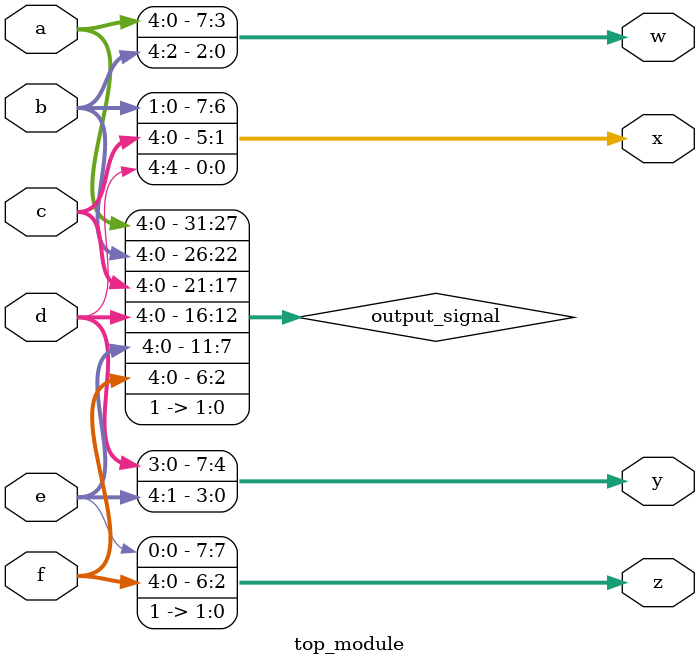
<source format=v>
module top_module (
    input [4:0] a, b, c, d, e, f,
    output [7:0] w, x, y, z );
    // assign { ... } = { ... };
    wire [31:0] output_signal = {a, b, c, d, e, f, 2'b11};
    assign w[7:0] = output_signal[31:24];
    assign x[7:0] = output_signal[23:16];
    assign y[7:0] = output_signal[15:8];
    assign z[7:0] = output_signal[7:0];
endmodule

</source>
